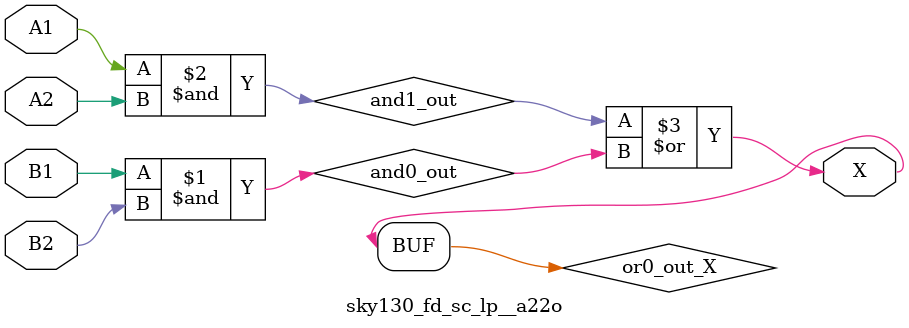
<source format=v>
/*
 * Copyright 2020 The SkyWater PDK Authors
 *
 * Licensed under the Apache License, Version 2.0 (the "License");
 * you may not use this file except in compliance with the License.
 * You may obtain a copy of the License at
 *
 *     https://www.apache.org/licenses/LICENSE-2.0
 *
 * Unless required by applicable law or agreed to in writing, software
 * distributed under the License is distributed on an "AS IS" BASIS,
 * WITHOUT WARRANTIES OR CONDITIONS OF ANY KIND, either express or implied.
 * See the License for the specific language governing permissions and
 * limitations under the License.
 *
 * SPDX-License-Identifier: Apache-2.0
*/


`ifndef SKY130_FD_SC_LP__A22O_FUNCTIONAL_V
`define SKY130_FD_SC_LP__A22O_FUNCTIONAL_V

/**
 * a22o: 2-input AND into both inputs of 2-input OR.
 *
 *       X = ((A1 & A2) | (B1 & B2))
 *
 * Verilog simulation functional model.
 */

`timescale 1ns / 1ps
`default_nettype none

`celldefine
module sky130_fd_sc_lp__a22o (
    X ,
    A1,
    A2,
    B1,
    B2
);

    // Module ports
    output X ;
    input  A1;
    input  A2;
    input  B1;
    input  B2;

    // Local signals
    wire and0_out ;
    wire and1_out ;
    wire or0_out_X;

    //  Name  Output     Other arguments
    and and0 (and0_out , B1, B2            );
    and and1 (and1_out , A1, A2            );
    or  or0  (or0_out_X, and1_out, and0_out);
    buf buf0 (X        , or0_out_X         );

endmodule
`endcelldefine

`default_nettype wire
`endif  // SKY130_FD_SC_LP__A22O_FUNCTIONAL_V
</source>
